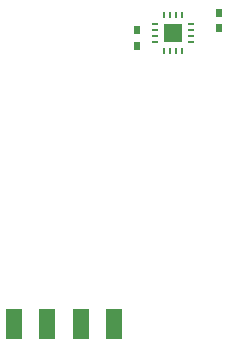
<source format=gbr>
G04 DipTrace 3.3.1.2*
G04 TopPaste.gbr*
%MOIN*%
G04 #@! TF.FileFunction,Paste,Top*
G04 #@! TF.Part,Single*
%ADD40R,0.06378X0.06378*%
%ADD42O,0.003937X0.025591*%
%ADD44O,0.025591X0.003937*%
%ADD56R,0.019685X0.027559*%
%ADD58R,0.055118X0.098425*%
%FSLAX26Y26*%
G04*
G70*
G90*
G75*
G01*
G04 TopPaste*
%LPD*%
D58*
X852203Y469209D3*
X962440D3*
X1076081Y470014D3*
X1186318D3*
D56*
X1264849Y1397315D3*
Y1448496D3*
X1537730Y1456163D3*
Y1507344D3*
D44*
X1322101Y1468899D3*
Y1449214D3*
Y1429529D3*
Y1409844D3*
D42*
X1353597Y1378348D3*
X1373282D3*
X1392967D3*
X1412652D3*
D44*
X1444148Y1409844D3*
Y1429529D3*
Y1449214D3*
Y1468899D3*
D42*
X1412652Y1500395D3*
X1392967D3*
X1373282D3*
X1353597D3*
D40*
X1383125Y1439371D3*
M02*

</source>
